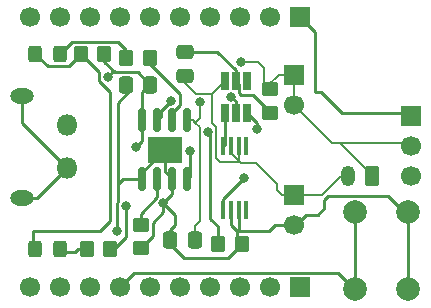
<source format=gbr>
%TF.GenerationSoftware,KiCad,Pcbnew,9.0.6-rc1*%
%TF.CreationDate,2025-12-07T23:50:49+09:00*%
%TF.ProjectId,tp4056,74703430-3536-42e6-9b69-6361645f7063,rev?*%
%TF.SameCoordinates,Original*%
%TF.FileFunction,Copper,L1,Top*%
%TF.FilePolarity,Positive*%
%FSLAX46Y46*%
G04 Gerber Fmt 4.6, Leading zero omitted, Abs format (unit mm)*
G04 Created by KiCad (PCBNEW 9.0.6-rc1) date 2025-12-07 23:50:49*
%MOMM*%
%LPD*%
G01*
G04 APERTURE LIST*
G04 Aperture macros list*
%AMRoundRect*
0 Rectangle with rounded corners*
0 $1 Rounding radius*
0 $2 $3 $4 $5 $6 $7 $8 $9 X,Y pos of 4 corners*
0 Add a 4 corners polygon primitive as box body*
4,1,4,$2,$3,$4,$5,$6,$7,$8,$9,$2,$3,0*
0 Add four circle primitives for the rounded corners*
1,1,$1+$1,$2,$3*
1,1,$1+$1,$4,$5*
1,1,$1+$1,$6,$7*
1,1,$1+$1,$8,$9*
0 Add four rect primitives between the rounded corners*
20,1,$1+$1,$2,$3,$4,$5,0*
20,1,$1+$1,$4,$5,$6,$7,0*
20,1,$1+$1,$6,$7,$8,$9,0*
20,1,$1+$1,$8,$9,$2,$3,0*%
G04 Aperture macros list end*
%TA.AperFunction,SMDPad,CuDef*%
%ADD10RoundRect,0.250000X-0.450000X0.350000X-0.450000X-0.350000X0.450000X-0.350000X0.450000X0.350000X0*%
%TD*%
%TA.AperFunction,SMDPad,CuDef*%
%ADD11RoundRect,0.150000X0.150000X-0.825000X0.150000X0.825000X-0.150000X0.825000X-0.150000X-0.825000X0*%
%TD*%
%TA.AperFunction,SMDPad,CuDef*%
%ADD12R,3.000000X2.290000*%
%TD*%
%TA.AperFunction,SMDPad,CuDef*%
%ADD13RoundRect,0.250000X-0.350000X-0.450000X0.350000X-0.450000X0.350000X0.450000X-0.350000X0.450000X0*%
%TD*%
%TA.AperFunction,ComponentPad*%
%ADD14C,2.000000*%
%TD*%
%TA.AperFunction,ComponentPad*%
%ADD15R,1.700000X1.700000*%
%TD*%
%TA.AperFunction,ComponentPad*%
%ADD16C,1.700000*%
%TD*%
%TA.AperFunction,SMDPad,CuDef*%
%ADD17RoundRect,0.250000X-0.475000X0.337500X-0.475000X-0.337500X0.475000X-0.337500X0.475000X0.337500X0*%
%TD*%
%TA.AperFunction,SMDPad,CuDef*%
%ADD18RoundRect,0.250000X0.325000X0.450000X-0.325000X0.450000X-0.325000X-0.450000X0.325000X-0.450000X0*%
%TD*%
%TA.AperFunction,SMDPad,CuDef*%
%ADD19R,0.400000X1.560000*%
%TD*%
%TA.AperFunction,SMDPad,CuDef*%
%ADD20RoundRect,0.250000X0.337500X0.475000X-0.337500X0.475000X-0.337500X-0.475000X0.337500X-0.475000X0*%
%TD*%
%TA.AperFunction,ComponentPad*%
%ADD21RoundRect,0.250000X0.350000X0.625000X-0.350000X0.625000X-0.350000X-0.625000X0.350000X-0.625000X0*%
%TD*%
%TA.AperFunction,ComponentPad*%
%ADD22O,1.200000X1.750000*%
%TD*%
%TA.AperFunction,ComponentPad*%
%ADD23O,1.800000X1.800000*%
%TD*%
%TA.AperFunction,ComponentPad*%
%ADD24O,2.000000X1.300000*%
%TD*%
%TA.AperFunction,SMDPad,CuDef*%
%ADD25RoundRect,0.250000X0.350000X0.450000X-0.350000X0.450000X-0.350000X-0.450000X0.350000X-0.450000X0*%
%TD*%
%TA.AperFunction,SMDPad,CuDef*%
%ADD26R,0.650000X1.560000*%
%TD*%
%TA.AperFunction,ViaPad*%
%ADD27C,0.800000*%
%TD*%
%TA.AperFunction,Conductor*%
%ADD28C,0.200000*%
%TD*%
%TA.AperFunction,Conductor*%
%ADD29C,0.250000*%
%TD*%
G04 APERTURE END LIST*
D10*
%TO.P,R5,1*%
%TO.N,BAT+*%
X152654000Y-89154000D03*
%TO.P,R5,2*%
%TO.N,Net-(U2-VCC)*%
X152654000Y-91154000D03*
%TD*%
D11*
%TO.P,U1,1,TEMP*%
%TO.N,GND*%
X141871000Y-96751000D03*
%TO.P,U1,2,PROG*%
%TO.N,Net-(U1-PROG)*%
X143141000Y-96751000D03*
%TO.P,U1,3,GND*%
%TO.N,GND*%
X144411000Y-96751000D03*
%TO.P,U1,4,VCC*%
%TO.N,VIN*%
X145681000Y-96751000D03*
%TO.P,U1,5,BAT*%
%TO.N,BAT+*%
X145681000Y-91801000D03*
%TO.P,U1,6,~{STDBY}*%
%TO.N,Net-(U1-~{STDBY})*%
X144411000Y-91801000D03*
%TO.P,U1,7,~{CHRG}*%
%TO.N,Net-(U1-~{CHRG})*%
X143141000Y-91801000D03*
%TO.P,U1,8,CE*%
%TO.N,VIN*%
X141871000Y-91801000D03*
D12*
%TO.P,U1,9,PP*%
%TO.N,GND*%
X143776000Y-94276000D03*
%TD*%
D13*
%TO.P,R2,1*%
%TO.N,Net-(D2-K)*%
X140516000Y-86546000D03*
%TO.P,R2,2*%
%TO.N,Net-(U1-~{STDBY})*%
X142516000Y-86546000D03*
%TD*%
D14*
%TO.P,SW1,1,1*%
%TO.N,GND*%
X164338000Y-99568000D03*
X164338000Y-106068000D03*
%TO.P,SW1,2,2*%
%TO.N,Net-(J3-Pin_7)*%
X159838000Y-99568000D03*
X159838000Y-106068000D03*
%TD*%
D15*
%TO.P,J6,1,Pin_1*%
%TO.N,BAT-*%
X154686000Y-98094000D03*
D16*
%TO.P,J6,2,Pin_2*%
%TO.N,GND*%
X154686000Y-100634000D03*
%TD*%
D17*
%TO.P,C2,1*%
%TO.N,Net-(U2-VCC)*%
X145516000Y-86008500D03*
%TO.P,C2,2*%
%TO.N,BAT-*%
X145516000Y-88083500D03*
%TD*%
D15*
%TO.P,J8,1,Pin_1*%
%TO.N,BAT+*%
X154686000Y-87934000D03*
D16*
%TO.P,J8,2,Pin_2*%
X154686000Y-90474000D03*
%TD*%
D15*
%TO.P,J3,1,Pin_1*%
%TO.N,unconnected-(J3-Pin_1-Pad1)*%
X155194000Y-105918000D03*
D16*
%TO.P,J3,2,Pin_2*%
%TO.N,unconnected-(J3-Pin_2-Pad2)*%
X152654000Y-105918000D03*
%TO.P,J3,3,Pin_3*%
%TO.N,unconnected-(J3-Pin_3-Pad3)*%
X150114000Y-105918000D03*
%TO.P,J3,4,Pin_4*%
%TO.N,unconnected-(J3-Pin_4-Pad4)*%
X147574000Y-105918000D03*
%TO.P,J3,5,Pin_5*%
%TO.N,unconnected-(J3-Pin_5-Pad5)*%
X145034000Y-105918000D03*
%TO.P,J3,6,Pin_6*%
%TO.N,unconnected-(J3-Pin_6-Pad6)*%
X142494000Y-105918000D03*
%TO.P,J3,7,Pin_7*%
%TO.N,Net-(J3-Pin_7)*%
X139954000Y-105918000D03*
%TO.P,J3,8,Pin_8*%
%TO.N,unconnected-(J3-Pin_8-Pad8)*%
X137414000Y-105918000D03*
%TO.P,J3,9,Pin_9*%
%TO.N,unconnected-(J3-Pin_9-Pad9)*%
X134874000Y-105918000D03*
%TO.P,J3,10,Pin_10*%
%TO.N,unconnected-(J3-Pin_10-Pad10)*%
X132334000Y-105918000D03*
%TD*%
D18*
%TO.P,D2,1,K*%
%TO.N,Net-(D2-K)*%
X134863000Y-86156000D03*
%TO.P,D2,2,A*%
%TO.N,Net-(D1-A)*%
X132813000Y-86156000D03*
%TD*%
D19*
%TO.P,U4,1,D*%
%TO.N,unconnected-(U4-D-Pad1)*%
X150676000Y-94009000D03*
%TO.P,U4,2,S*%
%TO.N,BAT-*%
X150026000Y-94009000D03*
%TO.P,U4,3,S*%
X149366000Y-94009000D03*
%TO.P,U4,4,G*%
%TO.N,/G1*%
X148716000Y-94009000D03*
%TO.P,U4,5,G*%
%TO.N,Net-(U2-OC)*%
X148716000Y-99423000D03*
%TO.P,U4,6,S*%
%TO.N,GND*%
X149366000Y-99423000D03*
%TO.P,U4,7,S*%
X150026000Y-99423000D03*
%TO.P,U4,8,D*%
%TO.N,unconnected-(U4-D-Pad8)*%
X150676000Y-99423000D03*
%TD*%
D15*
%TO.P,SW2,1,A*%
%TO.N,Net-(J2-Pin_1)*%
X164592000Y-91440000D03*
D16*
%TO.P,SW2,2,B*%
%TO.N,BAT+*%
X164592000Y-93980000D03*
%TO.P,SW2,3,C*%
%TO.N,unconnected-(SW2-C-Pad3)*%
X164592000Y-96520000D03*
%TD*%
D20*
%TO.P,C1,1*%
%TO.N,BAT+*%
X146305500Y-101904000D03*
%TO.P,C1,2*%
%TO.N,GND*%
X144230500Y-101904000D03*
%TD*%
D21*
%TO.P,J4,1,Pin_1*%
%TO.N,BAT+*%
X161290000Y-96520000D03*
D22*
%TO.P,J4,2,Pin_2*%
%TO.N,BAT-*%
X159290000Y-96520000D03*
%TD*%
D13*
%TO.P,R1,1*%
%TO.N,Net-(D1-K)*%
X137156000Y-102666000D03*
%TO.P,R1,2*%
%TO.N,Net-(U1-~{CHRG})*%
X139156000Y-102666000D03*
%TD*%
D23*
%TO.P,J1,1,VBUS*%
%TO.N,VIN*%
X135484000Y-92230000D03*
%TO.P,J1,2,GND*%
%TO.N,GND*%
X135484000Y-95830000D03*
D24*
%TO.P,J1,3,SHIELD*%
X131684000Y-89710000D03*
X131684000Y-98350000D03*
%TD*%
D13*
%TO.P,R6,1*%
%TO.N,/OC*%
X148266000Y-102296000D03*
%TO.P,R6,2*%
%TO.N,GND*%
X150266000Y-102296000D03*
%TD*%
D20*
%TO.P,C3,1*%
%TO.N,VIN*%
X142553500Y-88796000D03*
%TO.P,C3,2*%
%TO.N,GND*%
X140478500Y-88796000D03*
%TD*%
D25*
%TO.P,R9,1*%
%TO.N,VIN*%
X138648000Y-86156000D03*
%TO.P,R9,2*%
%TO.N,Net-(D1-A)*%
X136648000Y-86156000D03*
%TD*%
D15*
%TO.P,J2,1,Pin_1*%
%TO.N,Net-(J2-Pin_1)*%
X155194000Y-83058000D03*
D16*
%TO.P,J2,2,Pin_2*%
%TO.N,GND*%
X152654000Y-83058000D03*
%TO.P,J2,3,Pin_3*%
%TO.N,unconnected-(J2-Pin_3-Pad3)*%
X150114000Y-83058000D03*
%TO.P,J2,4,Pin_4*%
%TO.N,unconnected-(J2-Pin_4-Pad4)*%
X147574000Y-83058000D03*
%TO.P,J2,5,Pin_5*%
%TO.N,unconnected-(J2-Pin_5-Pad5)*%
X145034000Y-83058000D03*
%TO.P,J2,6,Pin_6*%
%TO.N,unconnected-(J2-Pin_6-Pad6)*%
X142494000Y-83058000D03*
%TO.P,J2,7,Pin_7*%
%TO.N,unconnected-(J2-Pin_7-Pad7)*%
X139954000Y-83058000D03*
%TO.P,J2,8,Pin_8*%
%TO.N,unconnected-(J2-Pin_8-Pad8)*%
X137414000Y-83058000D03*
%TO.P,J2,9,Pin_9*%
%TO.N,unconnected-(J2-Pin_9-Pad9)*%
X134874000Y-83058000D03*
%TO.P,J2,10,Pin_10*%
%TO.N,unconnected-(J2-Pin_10-Pad10)*%
X132334000Y-83058000D03*
%TD*%
D18*
%TO.P,D1,1,K*%
%TO.N,Net-(D1-K)*%
X134863000Y-102666000D03*
%TO.P,D1,2,A*%
%TO.N,Net-(D1-A)*%
X132813000Y-102666000D03*
%TD*%
D10*
%TO.P,R3,1*%
%TO.N,Net-(U1-PROG)*%
X141712000Y-100650000D03*
%TO.P,R3,2*%
%TO.N,GND*%
X141712000Y-102650000D03*
%TD*%
D26*
%TO.P,U2,1,OD*%
%TO.N,/G1*%
X148826000Y-91156000D03*
%TO.P,U2,2,CS*%
%TO.N,/OC*%
X149776000Y-91156000D03*
%TO.P,U2,3,OC*%
%TO.N,Net-(U2-OC)*%
X150726000Y-91156000D03*
%TO.P,U2,4,TD*%
%TO.N,unconnected-(U2-TD-Pad4)*%
X150726000Y-88456000D03*
%TO.P,U2,5,VCC*%
%TO.N,Net-(U2-VCC)*%
X149776000Y-88456000D03*
%TO.P,U2,6,GND*%
%TO.N,BAT-*%
X148826000Y-88456000D03*
%TD*%
D27*
%TO.N,BAT+*%
X146771145Y-90245500D03*
X150196000Y-86856000D03*
%TO.N,GND*%
X143646000Y-98796000D03*
X139680000Y-101142000D03*
%TO.N,VIN*%
X138938000Y-88138000D03*
X141366000Y-94076000D03*
X145875502Y-94386000D03*
%TO.N,Net-(U1-~{CHRG})*%
X144285372Y-90176000D03*
X140446000Y-99076000D03*
%TO.N,/OC*%
X147425500Y-92824743D03*
X149409886Y-89835278D03*
%TO.N,Net-(U2-OC)*%
X151606000Y-92496000D03*
X150496000Y-96646000D03*
%TD*%
D28*
%TO.N,BAT+*%
X153414160Y-87934000D02*
X154686000Y-87934000D01*
X161036000Y-96192000D02*
X161036000Y-96266000D01*
X152456000Y-89263500D02*
X152456000Y-88892160D01*
X146726000Y-92376000D02*
X146346000Y-91996000D01*
X146726000Y-100313500D02*
X146726000Y-92376000D01*
X158570000Y-93726000D02*
X161036000Y-96192000D01*
X152456000Y-88892160D02*
X153414160Y-87934000D01*
X164338000Y-93726000D02*
X157938000Y-93726000D01*
X161036000Y-96266000D02*
X161290000Y-96520000D01*
X146771145Y-91570855D02*
X146771145Y-90245500D01*
X146346000Y-91996000D02*
X146771145Y-91570855D01*
X157938000Y-93726000D02*
X158570000Y-93726000D01*
X146303500Y-101296000D02*
X146303500Y-100736000D01*
X146346000Y-91996000D02*
X146151000Y-91801000D01*
X150196000Y-86856000D02*
X151626000Y-86856000D01*
X154686000Y-87934000D02*
X155174000Y-87446000D01*
X152146000Y-87376000D02*
X152146000Y-89356000D01*
X157938000Y-93726000D02*
X154686000Y-90474000D01*
X146303500Y-100736000D02*
X146726000Y-100313500D01*
X152146000Y-89356000D02*
X152456000Y-89666000D01*
X146151000Y-91801000D02*
X145681000Y-91801000D01*
X154686000Y-87934000D02*
X154686000Y-90474000D01*
X151626000Y-86856000D02*
X152146000Y-87376000D01*
D29*
%TO.N,Net-(U2-VCC)*%
X150076000Y-89476087D02*
X150255913Y-89656000D01*
X151251000Y-89656000D02*
X152456000Y-90861000D01*
X150076000Y-88756000D02*
X150076000Y-89476087D01*
X149776000Y-88456000D02*
X150076000Y-88756000D01*
X145516000Y-86008500D02*
X148218500Y-86008500D01*
X150255913Y-89656000D02*
X150876000Y-89656000D01*
X150876000Y-89656000D02*
X151251000Y-89656000D01*
X148218500Y-86008500D02*
X149776000Y-87566000D01*
X149776000Y-87566000D02*
X149776000Y-88456000D01*
%TO.N,GND*%
X144648500Y-100626000D02*
X144228500Y-101046000D01*
X156718000Y-99822000D02*
X157278040Y-99261960D01*
X149843121Y-101142000D02*
X149843121Y-101873121D01*
X145360500Y-103428000D02*
X149134000Y-103428000D01*
X141871000Y-96751000D02*
X140216000Y-96751000D01*
X131684000Y-98350000D02*
X132964000Y-98350000D01*
X142738000Y-101624000D02*
X142738000Y-100499000D01*
X144230500Y-101904000D02*
X144230500Y-102298000D01*
X139680000Y-101142000D02*
X139680000Y-98802000D01*
X164012000Y-99568000D02*
X164338000Y-99568000D01*
X152590000Y-101142000D02*
X153098000Y-100634000D01*
X157278040Y-98519000D02*
X157555040Y-98242000D01*
X144228500Y-101902000D02*
X144230500Y-101904000D01*
X142738000Y-100499000D02*
X143646000Y-99591000D01*
X154686000Y-100838000D02*
X155702000Y-99822000D01*
X162686000Y-98242000D02*
X164012000Y-99568000D01*
X157278040Y-99261960D02*
X157278040Y-98519000D01*
X139680000Y-98802000D02*
X139766000Y-98716000D01*
X153098000Y-100634000D02*
X155174000Y-100634000D01*
X144230500Y-102298000D02*
X145360500Y-103428000D01*
X140938500Y-89176000D02*
X139766000Y-90348500D01*
X139766000Y-90348500D02*
X139766000Y-92120000D01*
X143776000Y-96116000D02*
X143776000Y-94276000D01*
X141712000Y-102650000D02*
X142738000Y-101624000D01*
X150026000Y-100959121D02*
X149843121Y-101142000D01*
X155702000Y-99822000D02*
X156718000Y-99822000D01*
X144411000Y-96751000D02*
X143776000Y-96116000D01*
X144648500Y-99798500D02*
X144648500Y-100626000D01*
X132964000Y-98350000D02*
X135484000Y-95830000D01*
X144411000Y-96751000D02*
X144411000Y-98031000D01*
X131684000Y-92030000D02*
X131684000Y-89710000D01*
X135484000Y-95830000D02*
X131684000Y-92030000D01*
X149366000Y-100664879D02*
X149843121Y-101142000D01*
X141871000Y-96751000D02*
X141871000Y-96181000D01*
X150026000Y-99423000D02*
X150026000Y-100959121D01*
X157555040Y-98242000D02*
X162686000Y-98242000D01*
X141871000Y-96181000D02*
X143776000Y-94276000D01*
X139766000Y-98716000D02*
X139766000Y-92120000D01*
X149843121Y-101873121D02*
X150266000Y-102296000D01*
X149366000Y-99423000D02*
X149366000Y-100664879D01*
X143646000Y-98796000D02*
X144648500Y-99798500D01*
X144228500Y-101046000D02*
X144228500Y-101902000D01*
X140216000Y-96751000D02*
X139766000Y-97201000D01*
X149134000Y-103428000D02*
X150266000Y-102296000D01*
X149843121Y-101142000D02*
X152590000Y-101142000D01*
X143646000Y-99591000D02*
X143646000Y-98796000D01*
X164338000Y-99568000D02*
X164338000Y-106068000D01*
X144411000Y-98031000D02*
X143646000Y-98796000D01*
X139766000Y-97201000D02*
X139766000Y-98716000D01*
%TO.N,VIN*%
X139331000Y-87745000D02*
X139537000Y-87745000D01*
X141871000Y-91801000D02*
X141871000Y-89378500D01*
X145875502Y-94386000D02*
X145875502Y-96556498D01*
X142073500Y-88623500D02*
X142073500Y-89176000D01*
X141871000Y-89378500D02*
X142073500Y-89176000D01*
X138648000Y-86856000D02*
X138648000Y-86156000D01*
X139537000Y-87745000D02*
X138648000Y-86856000D01*
X138938000Y-88138000D02*
X139331000Y-87745000D01*
X142553500Y-88796000D02*
X141502500Y-87745000D01*
X141502500Y-87745000D02*
X139537000Y-87745000D01*
X141871000Y-91801000D02*
X141871000Y-93571000D01*
X145875502Y-96556498D02*
X145681000Y-96751000D01*
X141871000Y-93571000D02*
X141366000Y-94076000D01*
%TO.N,Net-(D1-A)*%
X138163000Y-88459016D02*
X139088000Y-89384016D01*
X139088000Y-100294000D02*
X138240000Y-101142000D01*
X138163000Y-87671000D02*
X138163000Y-88459016D01*
X132813000Y-86156000D02*
X133839000Y-87182000D01*
X135622000Y-87182000D02*
X136648000Y-86156000D01*
X132908000Y-102920000D02*
X132813000Y-102920000D01*
X138240000Y-101142000D02*
X132568000Y-101142000D01*
X136648000Y-86156000D02*
X138163000Y-87671000D01*
X133839000Y-87182000D02*
X135622000Y-87182000D01*
X139088000Y-89384016D02*
X139088000Y-100294000D01*
X132568000Y-102580000D02*
X132908000Y-102920000D01*
X132568000Y-101142000D02*
X132568000Y-102580000D01*
%TO.N,Net-(D1-K)*%
X134863000Y-102920000D02*
X136124000Y-102920000D01*
X136378000Y-102666000D02*
X137156000Y-102666000D01*
X136124000Y-102920000D02*
X136378000Y-102666000D01*
%TO.N,Net-(D2-K)*%
X139800000Y-85130000D02*
X135889000Y-85130000D01*
X140516000Y-85846000D02*
X139800000Y-85130000D01*
X140516000Y-86546000D02*
X140516000Y-85846000D01*
X135889000Y-85130000D02*
X134863000Y-86156000D01*
D28*
%TO.N,BAT-*%
X154686000Y-98094000D02*
X157102000Y-98094000D01*
X153650000Y-98094000D02*
X155174000Y-98094000D01*
X147736000Y-92016000D02*
X148125500Y-92405500D01*
X153256000Y-97700000D02*
X153650000Y-98094000D01*
X150181000Y-95381000D02*
X150026000Y-95226000D01*
X147736000Y-89546000D02*
X147736000Y-92016000D01*
X150100000Y-95300000D02*
X150181000Y-95381000D01*
X145516000Y-88646000D02*
X145516000Y-88083500D01*
X148125500Y-92405500D02*
X148125500Y-95000500D01*
X148125500Y-95000500D02*
X148425000Y-95300000D01*
X150181000Y-95381000D02*
X150196000Y-95396000D01*
X154686000Y-98094000D02*
X154686000Y-98044000D01*
X154686000Y-97595100D02*
X154686000Y-98094000D01*
X146416000Y-89546000D02*
X145516000Y-88646000D01*
X149366000Y-94009000D02*
X149366000Y-94566000D01*
X146416000Y-89546000D02*
X147736000Y-89546000D01*
X149366000Y-94566000D02*
X150026000Y-95226000D01*
X150026000Y-95226000D02*
X150026000Y-94009000D01*
X158676000Y-96520000D02*
X159290000Y-96520000D01*
X147736000Y-89546000D02*
X148826000Y-88456000D01*
X150196000Y-95396000D02*
X151460000Y-95396000D01*
X151460000Y-95396000D02*
X153256000Y-97192000D01*
X157102000Y-98094000D02*
X158676000Y-96520000D01*
X148425000Y-95300000D02*
X150100000Y-95300000D01*
X153256000Y-97192000D02*
X153256000Y-97700000D01*
D29*
%TO.N,Net-(U1-~{CHRG})*%
X140442000Y-101650000D02*
X140442000Y-99080000D01*
X143141000Y-91801000D02*
X143440999Y-91501001D01*
X140446000Y-99106000D02*
X140446000Y-99076000D01*
X140442000Y-99080000D02*
X140446000Y-99076000D01*
X139156000Y-102666000D02*
X139426000Y-102666000D01*
X143440999Y-91501001D02*
X143440999Y-91020373D01*
X143440999Y-91020373D02*
X144285372Y-90176000D01*
X139426000Y-102666000D02*
X140442000Y-101650000D01*
%TO.N,/OC*%
X149776000Y-90206000D02*
X149776000Y-91156000D01*
X147636000Y-93056000D02*
X147404743Y-92824743D01*
X147636000Y-100129879D02*
X147636000Y-93056000D01*
X149409886Y-89839886D02*
X149776000Y-90206000D01*
X149409886Y-89835278D02*
X149409886Y-89839886D01*
X148245621Y-102046000D02*
X148245621Y-100739500D01*
X147404743Y-92824743D02*
X147425500Y-92824743D01*
X149409886Y-89835278D02*
X149409886Y-90051000D01*
X148245621Y-100739500D02*
X147636000Y-100129879D01*
%TO.N,/G1*%
X148826000Y-93899000D02*
X148716000Y-94009000D01*
X148826000Y-91156000D02*
X148826000Y-93899000D01*
%TO.N,Net-(U1-~{STDBY})*%
X145060372Y-89590372D02*
X145060372Y-90497016D01*
X145060372Y-90497016D02*
X144411000Y-91146388D01*
X144411000Y-91146388D02*
X144411000Y-91801000D01*
X142516000Y-87046000D02*
X145060372Y-89590372D01*
%TO.N,Net-(U1-PROG)*%
X143141000Y-98271000D02*
X141712000Y-99700000D01*
X143141000Y-96751000D02*
X143141000Y-98271000D01*
X141712000Y-99700000D02*
X141712000Y-100650000D01*
%TO.N,Net-(U2-OC)*%
X148716000Y-99423000D02*
X148716000Y-98426000D01*
X151606000Y-92036000D02*
X150726000Y-91156000D01*
X148716000Y-98426000D02*
X150496000Y-96646000D01*
X151606000Y-92496000D02*
X151606000Y-92036000D01*
%TO.N,Net-(J2-Pin_1)*%
X156464000Y-89408000D02*
X156972000Y-89408000D01*
X158750000Y-91186000D02*
X164338000Y-91186000D01*
X155194000Y-83058000D02*
X156464000Y-84328000D01*
X156464000Y-84328000D02*
X156464000Y-89408000D01*
X156972000Y-89408000D02*
X158750000Y-91186000D01*
%TO.N,Net-(J3-Pin_7)*%
X159838000Y-99568000D02*
X159838000Y-106068000D01*
X158440000Y-104742000D02*
X159512000Y-105814000D01*
X139954000Y-105918000D02*
X141130000Y-104742000D01*
X159512000Y-105814000D02*
X159584000Y-105814000D01*
X159584000Y-105814000D02*
X159838000Y-106068000D01*
X141130000Y-104742000D02*
X158440000Y-104742000D01*
%TD*%
M02*

</source>
